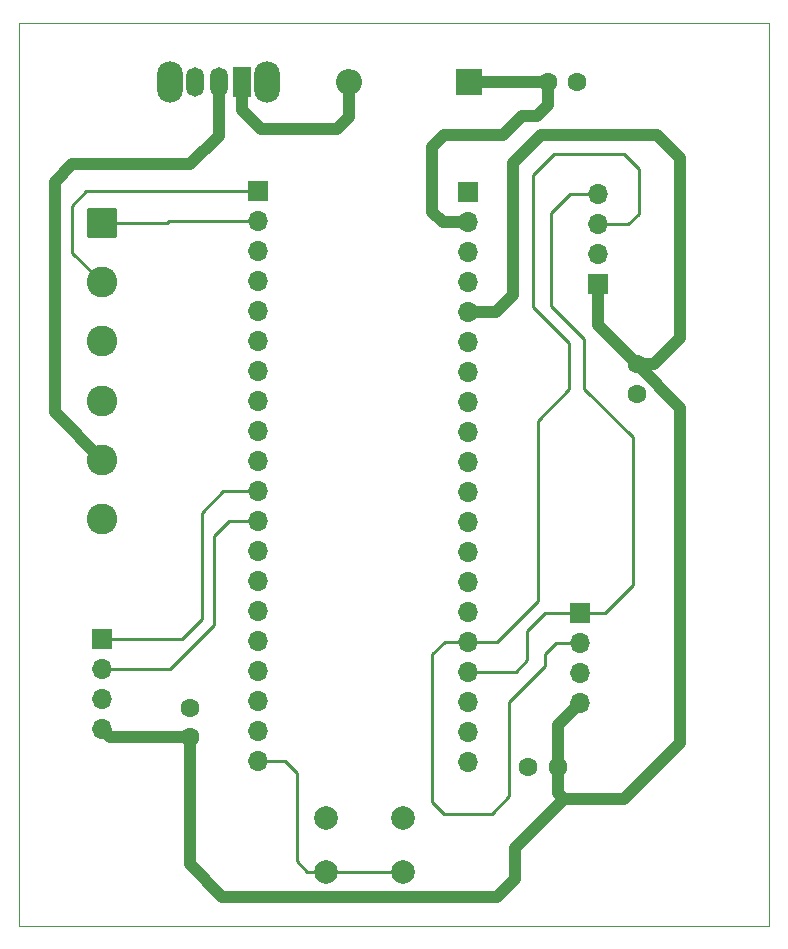
<source format=gbr>
G04 #@! TF.GenerationSoftware,KiCad,Pcbnew,9.0.0*
G04 #@! TF.CreationDate,2025-03-16T21:41:20+01:00*
G04 #@! TF.ProjectId,lightThermo,6c696768-7454-4686-9572-6d6f2e6b6963,1.0*
G04 #@! TF.SameCoordinates,PX47868c0PY7d687e0*
G04 #@! TF.FileFunction,Copper,L1,Top*
G04 #@! TF.FilePolarity,Positive*
%FSLAX46Y46*%
G04 Gerber Fmt 4.6, Leading zero omitted, Abs format (unit mm)*
G04 Created by KiCad (PCBNEW 9.0.0) date 2025-03-16 21:41:20*
%MOMM*%
%LPD*%
G01*
G04 APERTURE LIST*
G04 Aperture macros list*
%AMRoundRect*
0 Rectangle with rounded corners*
0 $1 Rounding radius*
0 $2 $3 $4 $5 $6 $7 $8 $9 X,Y pos of 4 corners*
0 Add a 4 corners polygon primitive as box body*
4,1,4,$2,$3,$4,$5,$6,$7,$8,$9,$2,$3,0*
0 Add four circle primitives for the rounded corners*
1,1,$1+$1,$2,$3*
1,1,$1+$1,$4,$5*
1,1,$1+$1,$6,$7*
1,1,$1+$1,$8,$9*
0 Add four rect primitives between the rounded corners*
20,1,$1+$1,$2,$3,$4,$5,0*
20,1,$1+$1,$4,$5,$6,$7,0*
20,1,$1+$1,$6,$7,$8,$9,0*
20,1,$1+$1,$8,$9,$2,$3,0*%
G04 Aperture macros list end*
G04 #@! TA.AperFunction,ComponentPad*
%ADD10C,1.600000*%
G04 #@! TD*
G04 #@! TA.AperFunction,ComponentPad*
%ADD11R,2.200000X2.200000*%
G04 #@! TD*
G04 #@! TA.AperFunction,ComponentPad*
%ADD12O,2.200000X2.200000*%
G04 #@! TD*
G04 #@! TA.AperFunction,ComponentPad*
%ADD13R,1.700000X1.700000*%
G04 #@! TD*
G04 #@! TA.AperFunction,ComponentPad*
%ADD14O,1.700000X1.700000*%
G04 #@! TD*
G04 #@! TA.AperFunction,ComponentPad*
%ADD15O,2.200000X3.500000*%
G04 #@! TD*
G04 #@! TA.AperFunction,ComponentPad*
%ADD16R,1.500000X2.500000*%
G04 #@! TD*
G04 #@! TA.AperFunction,ComponentPad*
%ADD17O,1.500000X2.500000*%
G04 #@! TD*
G04 #@! TA.AperFunction,ComponentPad*
%ADD18C,2.000000*%
G04 #@! TD*
G04 #@! TA.AperFunction,ComponentPad*
%ADD19RoundRect,0.250000X-1.050000X1.050000X-1.050000X-1.050000X1.050000X-1.050000X1.050000X1.050000X0*%
G04 #@! TD*
G04 #@! TA.AperFunction,ComponentPad*
%ADD20C,2.600000*%
G04 #@! TD*
G04 #@! TA.AperFunction,Conductor*
%ADD21C,1.000000*%
G04 #@! TD*
G04 #@! TA.AperFunction,Conductor*
%ADD22C,0.250000*%
G04 #@! TD*
G04 #@! TA.AperFunction,Profile*
%ADD23C,0.050000*%
G04 #@! TD*
G04 APERTURE END LIST*
D10*
G04 #@! TO.P,C3,1*
G04 #@! TO.N,Net-(J1-3V3(OUT))*
X45600000Y13450000D03*
G04 #@! TO.P,C3,2*
G04 #@! TO.N,GND*
X43100000Y13450000D03*
G04 #@! TD*
D11*
G04 #@! TO.P,D1,1,K*
G04 #@! TO.N,Net-(D1-K)*
X38080000Y71500000D03*
D12*
G04 #@! TO.P,D1,2,A*
G04 #@! TO.N,Net-(D1-A)*
X27920000Y71500000D03*
G04 #@! TD*
D10*
G04 #@! TO.P,C4,1*
G04 #@! TO.N,Net-(J1-3V3(OUT))*
X52350000Y47550000D03*
G04 #@! TO.P,C4,2*
G04 #@! TO.N,GND*
X52350000Y45050000D03*
G04 #@! TD*
D13*
G04 #@! TO.P,J3,1,SDA*
G04 #@! TO.N,Net-(J2-I2C0_SDA)*
X7025000Y24300000D03*
D14*
G04 #@! TO.P,J3,2,SCL*
G04 #@! TO.N,Net-(J2-I2C0_SCL)*
X7025000Y21760000D03*
G04 #@! TO.P,J3,3,-*
G04 #@! TO.N,GND*
X7025000Y19220000D03*
G04 #@! TO.P,J3,4,+*
G04 #@! TO.N,Net-(J1-3V3(OUT))*
X7025000Y16680000D03*
G04 #@! TD*
D10*
G04 #@! TO.P,C1,1*
G04 #@! TO.N,GND*
X47250000Y71500000D03*
G04 #@! TO.P,C1,2*
G04 #@! TO.N,Net-(D1-K)*
X44750000Y71500000D03*
G04 #@! TD*
D13*
G04 #@! TO.P,J2,1,UART0_TX*
G04 #@! TO.N,Net-(J2-UART0_TX)*
X20220000Y62205000D03*
D14*
G04 #@! TO.P,J2,2,UART0_RX*
G04 #@! TO.N,Net-(J2-UART0_RX)*
X20220000Y59665000D03*
G04 #@! TO.P,J2,3,GND*
G04 #@! TO.N,GND*
X20220000Y57125000D03*
G04 #@! TO.P,J2,4,GP2*
G04 #@! TO.N,unconnected-(J2-GP2-Pad4)*
X20220000Y54585000D03*
G04 #@! TO.P,J2,5,GP3*
G04 #@! TO.N,unconnected-(J2-GP3-Pad5)*
X20220000Y52045000D03*
G04 #@! TO.P,J2,6,GP4*
G04 #@! TO.N,unconnected-(J2-GP4-Pad6)*
X20220000Y49505000D03*
G04 #@! TO.P,J2,7,GP5*
G04 #@! TO.N,unconnected-(J2-GP5-Pad7)*
X20220000Y46965000D03*
G04 #@! TO.P,J2,8,GND*
G04 #@! TO.N,GND*
X20220000Y44425000D03*
G04 #@! TO.P,J2,9,GP6*
G04 #@! TO.N,unconnected-(J2-GP6-Pad9)*
X20220000Y41885000D03*
G04 #@! TO.P,J2,10,GP7*
G04 #@! TO.N,unconnected-(J2-GP7-Pad10)*
X20220000Y39345000D03*
G04 #@! TO.P,J2,11,I2C0_SDA*
G04 #@! TO.N,Net-(J2-I2C0_SDA)*
X20220000Y36805000D03*
G04 #@! TO.P,J2,12,I2C0_SCL*
G04 #@! TO.N,Net-(J2-I2C0_SCL)*
X20220000Y34265000D03*
G04 #@! TO.P,J2,13,GND*
G04 #@! TO.N,GND*
X20220000Y31725000D03*
G04 #@! TO.P,J2,14,GP10*
G04 #@! TO.N,unconnected-(J2-GP10-Pad14)*
X20220000Y29185000D03*
G04 #@! TO.P,J2,15,GP11*
G04 #@! TO.N,unconnected-(J2-GP11-Pad15)*
X20220000Y26645000D03*
G04 #@! TO.P,J2,16,GP12*
G04 #@! TO.N,unconnected-(J2-GP12-Pad16)*
X20220000Y24105000D03*
G04 #@! TO.P,J2,17,GP13*
G04 #@! TO.N,unconnected-(J2-GP13-Pad17)*
X20220000Y21565000D03*
G04 #@! TO.P,J2,18,GND*
G04 #@! TO.N,GND*
X20220000Y19025000D03*
G04 #@! TO.P,J2,19,GP14*
G04 #@! TO.N,unconnected-(J2-GP14-Pad19)*
X20220000Y16485000D03*
G04 #@! TO.P,J2,20,GP15*
G04 #@! TO.N,Net-(J2-GP15)*
X20220000Y13945000D03*
G04 #@! TD*
D13*
G04 #@! TO.P,J4,1,+*
G04 #@! TO.N,Net-(J1-3V3(OUT))*
X49000000Y54350000D03*
D14*
G04 #@! TO.P,J4,2,-*
G04 #@! TO.N,GND*
X49000000Y56890000D03*
G04 #@! TO.P,J4,3,SCL*
G04 #@! TO.N,Net-(J1-I2C1_SCL)*
X49000000Y59430000D03*
G04 #@! TO.P,J4,4,SDA*
G04 #@! TO.N,Net-(J1-I2C1_SDA)*
X49000000Y61970000D03*
G04 #@! TD*
D10*
G04 #@! TO.P,C2,1*
G04 #@! TO.N,GND*
X14450000Y18500000D03*
G04 #@! TO.P,C2,2*
G04 #@! TO.N,Net-(J1-3V3(OUT))*
X14450000Y16000000D03*
G04 #@! TD*
D13*
G04 #@! TO.P,J1,1,VBUS*
G04 #@! TO.N,unconnected-(J1-VBUS-Pad1)*
X38000000Y62180000D03*
D14*
G04 #@! TO.P,J1,2,VSYS*
G04 #@! TO.N,Net-(D1-K)*
X38000000Y59640000D03*
G04 #@! TO.P,J1,3,GND*
G04 #@! TO.N,GND*
X38000000Y57100000D03*
G04 #@! TO.P,J1,4,3V3_EN*
G04 #@! TO.N,unconnected-(J1-3V3_EN-Pad4)*
X38000000Y54560000D03*
G04 #@! TO.P,J1,5,3V3(OUT)*
G04 #@! TO.N,Net-(J1-3V3(OUT))*
X38000000Y52020000D03*
G04 #@! TO.P,J1,6,ADC_VREF*
G04 #@! TO.N,unconnected-(J1-ADC_VREF-Pad6)*
X38000000Y49480000D03*
G04 #@! TO.P,J1,7,GP28*
G04 #@! TO.N,unconnected-(J1-GP28-Pad7)*
X38000000Y46940000D03*
G04 #@! TO.P,J1,8,GND*
G04 #@! TO.N,GND*
X38000000Y44400000D03*
G04 #@! TO.P,J1,9,GP27*
G04 #@! TO.N,unconnected-(J1-GP27-Pad9)*
X38000000Y41860000D03*
G04 #@! TO.P,J1,10,GP26*
G04 #@! TO.N,unconnected-(J1-GP26-Pad10)*
X38000000Y39320000D03*
G04 #@! TO.P,J1,11,RUN*
G04 #@! TO.N,unconnected-(J1-RUN-Pad11)*
X38000000Y36780000D03*
G04 #@! TO.P,J1,12,GP22*
G04 #@! TO.N,unconnected-(J1-GP22-Pad12)*
X38000000Y34240000D03*
G04 #@! TO.P,J1,13,GND*
G04 #@! TO.N,GND*
X38000000Y31700000D03*
G04 #@! TO.P,J1,14,GP21*
G04 #@! TO.N,unconnected-(J1-GP21-Pad14)*
X38000000Y29160000D03*
G04 #@! TO.P,J1,15,GP20*
G04 #@! TO.N,unconnected-(J1-GP20-Pad15)*
X38000000Y26620000D03*
G04 #@! TO.P,J1,16,I2C1_SCL*
G04 #@! TO.N,Net-(J1-I2C1_SCL)*
X38000000Y24080000D03*
G04 #@! TO.P,J1,17,I2C1_SDA*
G04 #@! TO.N,Net-(J1-I2C1_SDA)*
X38000000Y21540000D03*
G04 #@! TO.P,J1,18,GND*
G04 #@! TO.N,GND*
X38000000Y19000000D03*
G04 #@! TO.P,J1,19,GP17*
G04 #@! TO.N,unconnected-(J1-GP17-Pad19)*
X38000000Y16460000D03*
G04 #@! TO.P,J1,20,GP16*
G04 #@! TO.N,unconnected-(J1-GP16-Pad20)*
X38000000Y13920000D03*
G04 #@! TD*
D15*
G04 #@! TO.P,SW1,*
G04 #@! TO.N,*
X21000000Y71500000D03*
X12800000Y71500000D03*
D16*
G04 #@! TO.P,SW1,1,A*
G04 #@! TO.N,Net-(D1-A)*
X18900000Y71500000D03*
D17*
G04 #@! TO.P,SW1,2,B*
G04 #@! TO.N,Net-(J6-Pin_5)*
X16900000Y71500000D03*
G04 #@! TO.P,SW1,3*
G04 #@! TO.N,N/C*
X14900000Y71500000D03*
G04 #@! TD*
D18*
G04 #@! TO.P,SW2,1,1*
G04 #@! TO.N,GND*
X26000000Y9120000D03*
X32500000Y9120000D03*
G04 #@! TO.P,SW2,2,2*
G04 #@! TO.N,Net-(J2-GP15)*
X26000000Y4620000D03*
X32500000Y4620000D03*
G04 #@! TD*
D19*
G04 #@! TO.P,J6,1,Pin_1*
G04 #@! TO.N,Net-(J2-UART0_RX)*
X7000000Y59500000D03*
D20*
G04 #@! TO.P,J6,2,Pin_2*
G04 #@! TO.N,Net-(J2-UART0_TX)*
X7000000Y54500000D03*
G04 #@! TO.P,J6,3,Pin_3*
G04 #@! TO.N,GND*
X7000000Y49500000D03*
G04 #@! TO.P,J6,4,Pin_4*
X7000000Y44500000D03*
G04 #@! TO.P,J6,5,Pin_5*
G04 #@! TO.N,Net-(J6-Pin_5)*
X7000000Y39500000D03*
G04 #@! TO.P,J6,6,Pin_6*
G04 #@! TO.N,GND*
X7000000Y34500000D03*
G04 #@! TD*
D13*
G04 #@! TO.P,J5,1,SDA*
G04 #@! TO.N,Net-(J1-I2C1_SDA)*
X47500000Y26540000D03*
D14*
G04 #@! TO.P,J5,2,SCL*
G04 #@! TO.N,Net-(J1-I2C1_SCL)*
X47500000Y24000000D03*
G04 #@! TO.P,J5,3,-*
G04 #@! TO.N,GND*
X47500000Y21460000D03*
G04 #@! TO.P,J5,4,+*
G04 #@! TO.N,Net-(J1-3V3(OUT))*
X47500000Y18920000D03*
G04 #@! TD*
D21*
G04 #@! TO.N,Net-(D1-A)*
X20500000Y67500000D02*
X26950000Y67500000D01*
X26950000Y67500000D02*
X27920000Y68470000D01*
X18900000Y71500000D02*
X18900000Y69100000D01*
X27920000Y68470000D02*
X27920000Y71500000D01*
X18900000Y69100000D02*
X20500000Y67500000D01*
G04 #@! TO.N,Net-(D1-K)*
X36000000Y67000000D02*
X35000000Y66000000D01*
X35000000Y60500000D02*
X35860000Y59640000D01*
X38080000Y71500000D02*
X44750000Y71500000D01*
X44750000Y71500000D02*
X44750000Y69500000D01*
X35860000Y59640000D02*
X38000000Y59640000D01*
X43850000Y68600000D02*
X42600000Y68600000D01*
X42600000Y68600000D02*
X41000000Y67000000D01*
X35000000Y66000000D02*
X35000000Y60500000D01*
X44750000Y69500000D02*
X43850000Y68600000D01*
X41000000Y67000000D02*
X36000000Y67000000D01*
D22*
G04 #@! TO.N,Net-(J2-UART0_TX)*
X20220000Y62205000D02*
X5705000Y62205000D01*
X4500000Y57000000D02*
X7000000Y54500000D01*
X5705000Y62205000D02*
X4500000Y61000000D01*
X4500000Y61000000D02*
X4500000Y57000000D01*
G04 #@! TO.N,Net-(J2-GP15)*
X26000000Y4620000D02*
X32500000Y4620000D01*
X26000000Y4620000D02*
X24380000Y4620000D01*
X24380000Y4620000D02*
X23500000Y5500000D01*
X22500000Y14000000D02*
X22445000Y13945000D01*
X22445000Y13945000D02*
X20220000Y13945000D01*
X23500000Y5500000D02*
X23500000Y13000000D01*
X23500000Y13000000D02*
X22500000Y14000000D01*
G04 #@! TO.N,Net-(J2-UART0_RX)*
X20220000Y59665000D02*
X12665000Y59665000D01*
X12665000Y59665000D02*
X12500000Y59500000D01*
X12500000Y59500000D02*
X7000000Y59500000D01*
G04 #@! TO.N,Net-(J2-I2C0_SDA)*
X13800000Y24300000D02*
X7025000Y24300000D01*
X15500000Y35000000D02*
X15500000Y26000000D01*
X17305000Y36805000D02*
X15500000Y35000000D01*
X15500000Y26000000D02*
X13800000Y24300000D01*
X20220000Y36805000D02*
X17305000Y36805000D01*
G04 #@! TO.N,Net-(J2-I2C0_SCL)*
X20220000Y34265000D02*
X17765000Y34265000D01*
X12760000Y21760000D02*
X7025000Y21760000D01*
X16500000Y25500000D02*
X12760000Y21760000D01*
X17765000Y34265000D02*
X16500000Y33000000D01*
X16500000Y33000000D02*
X16500000Y25500000D01*
D21*
G04 #@! TO.N,Net-(J1-3V3(OUT))*
X49000000Y50900000D02*
X52350000Y47550000D01*
X51250000Y10750000D02*
X56000000Y15500000D01*
X41800000Y53400000D02*
X40420000Y52020000D01*
X56000000Y15500000D02*
X56000000Y43900000D01*
X45600000Y11250000D02*
X46100000Y10750000D01*
X40500000Y2500000D02*
X42000000Y4000000D01*
X46100000Y10750000D02*
X51250000Y10750000D01*
X54050000Y67000000D02*
X44200000Y67000000D01*
X40420000Y52020000D02*
X38000000Y52020000D01*
X45600000Y13450000D02*
X45600000Y11250000D01*
X49000000Y54350000D02*
X49000000Y50900000D01*
X17200000Y2500000D02*
X40500000Y2500000D01*
X53750000Y47550000D02*
X56000000Y49800000D01*
X14450000Y16000000D02*
X14450000Y5250000D01*
X45600000Y17020000D02*
X47500000Y18920000D01*
X14450000Y5250000D02*
X17200000Y2500000D01*
X52350000Y47550000D02*
X53750000Y47550000D01*
X14450000Y16000000D02*
X7705000Y16000000D01*
X7705000Y16000000D02*
X7025000Y16680000D01*
X56000000Y49800000D02*
X56000000Y65050000D01*
X56000000Y65050000D02*
X54050000Y67000000D01*
X41800000Y64600000D02*
X41800000Y53400000D01*
X44200000Y67000000D02*
X41800000Y64600000D01*
X45600000Y13450000D02*
X45600000Y17020000D01*
X56000000Y43900000D02*
X52350000Y47550000D01*
X42000000Y6650000D02*
X46100000Y10750000D01*
X42000000Y4000000D02*
X42000000Y6650000D01*
D22*
G04 #@! TO.N,Net-(J1-I2C1_SCL)*
X51580000Y59430000D02*
X49000000Y59430000D01*
X38000000Y24080000D02*
X40480000Y24080000D01*
X46600000Y49350000D02*
X43550000Y52400000D01*
X43950000Y42800000D02*
X46600000Y45450000D01*
X35000000Y10500000D02*
X36000000Y9500000D01*
X38000000Y24080000D02*
X36080000Y24080000D01*
X36000000Y9500000D02*
X40000000Y9500000D01*
X52450000Y64100000D02*
X52450000Y60300000D01*
X46600000Y45450000D02*
X46600000Y49350000D01*
X44500000Y23000000D02*
X45500000Y24000000D01*
X40000000Y9500000D02*
X41500000Y11000000D01*
X52450000Y60300000D02*
X51580000Y59430000D01*
X36080000Y24080000D02*
X35000000Y23000000D01*
X35000000Y23000000D02*
X35000000Y10500000D01*
X51200000Y65350000D02*
X52450000Y64100000D01*
X44500000Y22000000D02*
X44500000Y23000000D01*
X45300000Y65350000D02*
X51200000Y65350000D01*
X45500000Y24000000D02*
X47500000Y24000000D01*
X43550000Y52400000D02*
X43550000Y63600000D01*
X41500000Y11000000D02*
X41500000Y19000000D01*
X43550000Y63600000D02*
X45300000Y65350000D01*
X40480000Y24080000D02*
X43950000Y27550000D01*
X41500000Y19000000D02*
X44500000Y22000000D01*
X43950000Y27550000D02*
X43950000Y42800000D01*
G04 #@! TO.N,Net-(J1-I2C1_SDA)*
X47850000Y45500000D02*
X51950000Y41400000D01*
X49590000Y26540000D02*
X47500000Y26540000D01*
X42040000Y21540000D02*
X43000000Y22500000D01*
X44540000Y26540000D02*
X47500000Y26540000D01*
X49000000Y61970000D02*
X46620000Y61970000D01*
X51950000Y41400000D02*
X51950000Y28900000D01*
X46620000Y61970000D02*
X45050000Y60400000D01*
X47850000Y49700000D02*
X47850000Y45500000D01*
X51950000Y28900000D02*
X49590000Y26540000D01*
X45050000Y60400000D02*
X45050000Y52500000D01*
X43000000Y22500000D02*
X43000000Y25000000D01*
X45050000Y52500000D02*
X47850000Y49700000D01*
X43000000Y25000000D02*
X44540000Y26540000D01*
X38000000Y21540000D02*
X42040000Y21540000D01*
D21*
G04 #@! TO.N,Net-(J6-Pin_5)*
X3000000Y43500000D02*
X3000000Y63000000D01*
X14500000Y64500000D02*
X16900000Y66900000D01*
X3000000Y63000000D02*
X4500000Y64500000D01*
X4500000Y64500000D02*
X14500000Y64500000D01*
X7000000Y39500000D02*
X3000000Y43500000D01*
X16900000Y66900000D02*
X16900000Y71500000D01*
G04 #@! TD*
D23*
X0Y76500000D02*
X63500000Y76500000D01*
X63500000Y0D01*
X0Y0D01*
X0Y76500000D01*
M02*

</source>
